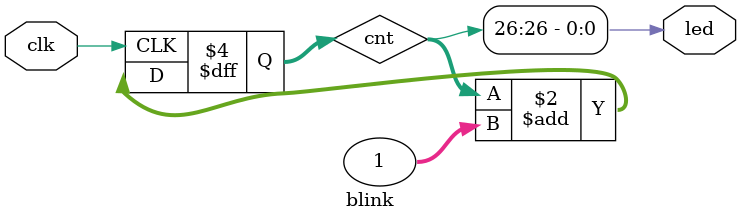
<source format=v>
module blink(
	input wire clk,
	output wire led
);

reg [31:0] cnt;

initial begin
	cnt <= 32'h00000000;
end

always @(posedge clk) begin
	cnt <= cnt + 1;
end

assign led = cnt[26];

endmodule
</source>
